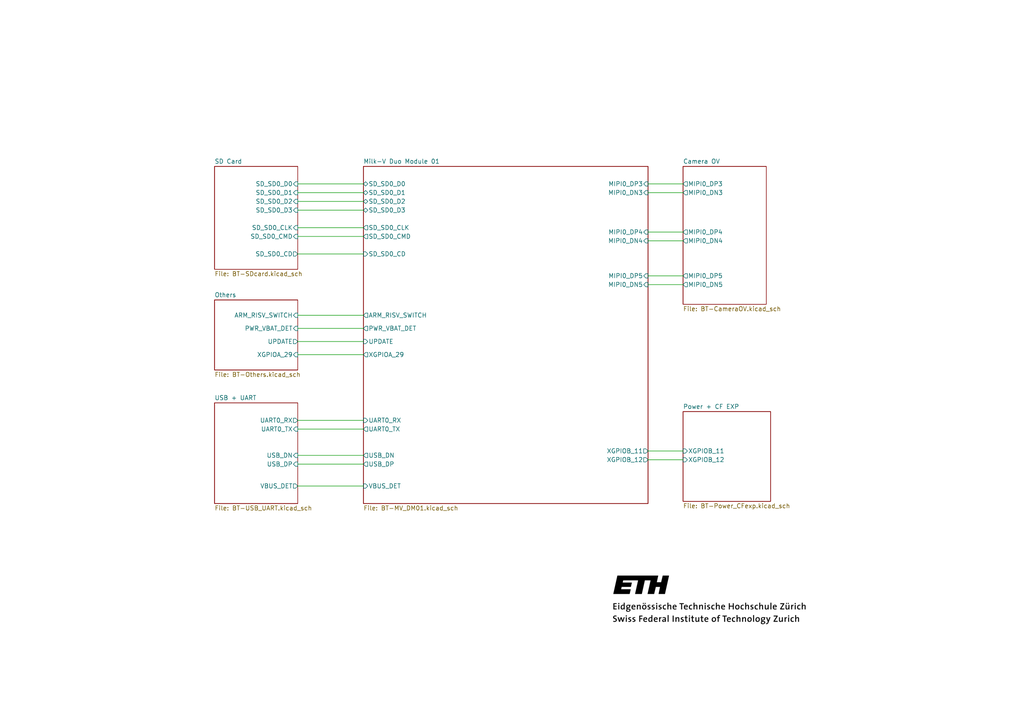
<source format=kicad_sch>
(kicad_sch
	(version 20250114)
	(generator "eeschema")
	(generator_version "9.0")
	(uuid "1a0d6a7c-3626-4ee9-9e20-350d70552111")
	(paper "A4")
	(title_block
		(title "BT-MV Duo 01 Deck")
		(date "4.11.2025")
		(rev "A")
	)
	(lib_symbols)
	(wire
		(pts
			(xy 187.96 133.35) (xy 198.12 133.35)
		)
		(stroke
			(width 0)
			(type default)
		)
		(uuid "0587f7a3-e97e-431d-afc7-e9c4ea0972e5")
	)
	(wire
		(pts
			(xy 86.36 132.08) (xy 105.41 132.08)
		)
		(stroke
			(width 0)
			(type default)
		)
		(uuid "0947a252-1845-4688-a663-b89c7ab9838a")
	)
	(wire
		(pts
			(xy 86.36 124.46) (xy 105.41 124.46)
		)
		(stroke
			(width 0)
			(type default)
		)
		(uuid "09f3d7ce-2162-4907-bf7b-d117ab410dc8")
	)
	(wire
		(pts
			(xy 187.96 69.85) (xy 198.12 69.85)
		)
		(stroke
			(width 0)
			(type default)
		)
		(uuid "0ae4b6d5-4fc5-4e60-9daa-5da43205341a")
	)
	(wire
		(pts
			(xy 86.36 66.04) (xy 105.41 66.04)
		)
		(stroke
			(width 0)
			(type default)
		)
		(uuid "0df70843-47bf-4ddf-9932-f57c3c51e163")
	)
	(wire
		(pts
			(xy 187.96 82.55) (xy 198.12 82.55)
		)
		(stroke
			(width 0)
			(type default)
		)
		(uuid "13a97de8-94a7-4489-9966-e0f66e23a7e5")
	)
	(wire
		(pts
			(xy 86.36 60.96) (xy 105.41 60.96)
		)
		(stroke
			(width 0)
			(type default)
		)
		(uuid "13f903df-7dd1-4028-ae1e-5da39b21f66e")
	)
	(wire
		(pts
			(xy 187.96 67.31) (xy 198.12 67.31)
		)
		(stroke
			(width 0)
			(type default)
		)
		(uuid "153f9831-d6d7-4238-b64e-3f596f0db5ef")
	)
	(wire
		(pts
			(xy 86.36 99.06) (xy 105.41 99.06)
		)
		(stroke
			(width 0)
			(type default)
		)
		(uuid "21f69cd1-c03f-474e-b7ff-444bcd51a6bb")
	)
	(wire
		(pts
			(xy 86.36 73.66) (xy 105.41 73.66)
		)
		(stroke
			(width 0)
			(type default)
		)
		(uuid "3289318b-8766-4b3f-be5a-dcc28cc1c0bd")
	)
	(wire
		(pts
			(xy 86.36 140.97) (xy 105.41 140.97)
		)
		(stroke
			(width 0)
			(type default)
		)
		(uuid "43bdba96-32d0-45f2-869f-3ee7732dc174")
	)
	(wire
		(pts
			(xy 187.96 80.01) (xy 198.12 80.01)
		)
		(stroke
			(width 0)
			(type default)
		)
		(uuid "4add8645-317e-421f-813a-a08e696d5e89")
	)
	(wire
		(pts
			(xy 86.36 95.25) (xy 105.41 95.25)
		)
		(stroke
			(width 0)
			(type default)
		)
		(uuid "528d794f-bbbf-4fa0-8b49-375205b348ca")
	)
	(wire
		(pts
			(xy 86.36 102.87) (xy 105.41 102.87)
		)
		(stroke
			(width 0)
			(type default)
		)
		(uuid "53d5c384-7bc7-4534-8a47-2fbde639b785")
	)
	(wire
		(pts
			(xy 86.36 55.88) (xy 105.41 55.88)
		)
		(stroke
			(width 0)
			(type default)
		)
		(uuid "59e2eefa-7f5b-4248-8d90-b245a8d41897")
	)
	(wire
		(pts
			(xy 86.36 91.44) (xy 105.41 91.44)
		)
		(stroke
			(width 0)
			(type default)
		)
		(uuid "5c605b6d-69d2-4d2a-9001-41f585d65565")
	)
	(wire
		(pts
			(xy 187.96 53.34) (xy 198.12 53.34)
		)
		(stroke
			(width 0)
			(type default)
		)
		(uuid "5d4cc87f-0b27-45ed-8477-ee2d1defd227")
	)
	(wire
		(pts
			(xy 86.36 68.58) (xy 105.41 68.58)
		)
		(stroke
			(width 0)
			(type default)
		)
		(uuid "90cd3cdf-38d8-4da6-b4e1-aa198628abdb")
	)
	(wire
		(pts
			(xy 187.96 130.81) (xy 198.12 130.81)
		)
		(stroke
			(width 0)
			(type default)
		)
		(uuid "91f4bc39-9d4e-45d0-a628-299dee22baad")
	)
	(wire
		(pts
			(xy 86.36 134.62) (xy 105.41 134.62)
		)
		(stroke
			(width 0)
			(type default)
		)
		(uuid "947994e8-c4b2-4256-aa26-337be5a73679")
	)
	(wire
		(pts
			(xy 86.36 58.42) (xy 105.41 58.42)
		)
		(stroke
			(width 0)
			(type default)
		)
		(uuid "a1d20215-e734-4f87-b7ab-fb5a885a876d")
	)
	(wire
		(pts
			(xy 86.36 53.34) (xy 105.41 53.34)
		)
		(stroke
			(width 0)
			(type default)
		)
		(uuid "e8d27df5-5b11-45eb-8023-b1f44e642e4c")
	)
	(wire
		(pts
			(xy 187.96 55.88) (xy 198.12 55.88)
		)
		(stroke
			(width 0)
			(type default)
		)
		(uuid "e91565b9-06b4-4bf6-8f16-f44dcfe5330d")
	)
	(wire
		(pts
			(xy 86.36 121.92) (xy 105.41 121.92)
		)
		(stroke
			(width 0)
			(type default)
		)
		(uuid "f0beb953-bd70-4d0b-a3e9-4cdd024d0d98")
	)
	(image
		(at 205.74 173.99)
		(scale 0.824507)
		(uuid "8ef00680-fe08-4186-ac05-b1105857bc3d")
		(data "iVBORw0KGgoAAAANSUhEUgAAAyAAAADKCAQAAAD3TuyaAAAAAmJLR0QA/4ePzL8AAD0qSURBVHja"
			"7Z15oE7FG8e/917LvfYlO9lCyF5k365rJ1t+RIooZIsIJVu5RKjIEhERQij7np2ihagUUkSJ7Nt9"
			"f3+88z7vnHPmvO85577vvUeez/mDe945M3PmzJnvzDPPzAGCUwMePkJ8zIAVjjmI+S0wDMO4hkHc"
			"4If86GKh3HM6irklV1iGYdzDZ9zgh/x4xEK5P+ko5jxcYRmGcQ9nuMEP8fEvoiyU+7sOYj7B1ZVh"
			"GPdQiBv8kB8bLJX8IQcxL+QKyzCMe3iKG/yQH6MtlHtm3HUQc2+usAzDuIf3uMEP+dHUQrk3dRTz"
			"Y1xhGYZxD19xgx/yI4eFch/nIN7rSMUVlmEYt5AGt7nBD/Hxs6WS3+0g5i+5wjIM4x5qcoMf8uNj"
			"S8J900HM47jCMgzjHl7hBj/kh5WJ7lhHMbfgCsswjHtYwQ1+yI+KFsp9hKOYc3OFZRjGPZzlBj/E"
			"xw2ktlDumx3E/CtXV4Zh3ENhbvBDfuyyUO6pcNVBzAu4wjIM4x46coMf8uNtC+Ve1VHMvbjCMgzj"
			"HqZygx/yo62FcnfmuvAoV1iGYdzDQW7wQ37kt1DuXziI9xovImQYxj2k5UWEIT/+tFDuUfjHQczb"
			"ucIyDOMeanODH/JjuYVyL+8o5rFcYRmGcQ+DHTeTJ3A8mY4TjvN80lY6pxymMthCuffhRYQMw9zr"
			"rArr55LCQ1WHebY7g9DIYTq1LMT9qaOYc3KFZRjGLUTgXFg/lxQeBjjMs90ZhFGOUrmDdBbK/U8H"
			"Mf/CFZZhGPdQxLExaEQy5vpTh3m2O4Ow0VEqhyzEXNxRzPO5wjIM4x6ediwgDZIx16cd5vkJW6lE"
			"4pKjVKZZiLubo5h7coVlGMY9vO+wKU5AlmTL84OORc/eDEJph6k8ayHueY5iLs8VlmEY93DIYSN5"
			"OBnz3NZhnu3OIDzvMJ3iFuI+6cgFICVXWIZh3ILzRYQfJGOuJ4XxE08ycxylchGRQWMu4CjmrVxh"
			"GYZxD84XET6XjLneE8ZPPMkcdZTKD2gT9BjvKOZ4rrAMw7iHoY4FpHiy5Tna0WdgPfCggq10siLB"
			"Zevbm3GFZRjGPaxy3Jj9gwshOs4jja08V3G8iNDeDEJj122QkoMrLMMwbiEC513QLH5tM9dOFxFu"
			"s5nOGy6Tj5+5wjIM4x6KuqJhnGIz10sdpmN3BmGzywRkHldYhmHcQydXNIwdbeba6SLC5rZSicJl"
			"lwlID66wDMO4h2muaBgfspXn/Em0iLCc62ZAynGFZRjGPXzjgmbxPCJs5fl/DtM5brNserhMPq4g"
			"BVdYhmHcQnrccUHDuNJmric7TMfuNoTzXCYgW7jCMgzjHuq6omEcbDPX+xymY3cbwp9dJiBvcoVl"
			"GMY9vOqKhrG2rTzHOF5EaG8bwuyumwFpyhWWYRj38IULmkUrn16SqZZEiwib8SJChmEYM9yxiPCg"
			"zVy/7DCdrTbTGeMy+fiJKyzDMO6hmCsaxqk2c+10EeEYm+lsdZmAfMQVlmEY9/DMfbWI0N42hClw"
			"xWUC0p0rLMMw7mH6fbWI0N4MQgXXzYCU5QrLMIx7+NYFzeJfSbSI0O42hC/yIkKGYRgzMrhiEeEq"
			"m7l2uojQ7jaEH7tMQDZzhWUYxj3Uc0XDOMRmrp0uIrS7DeEvLhOQN7jCMgzjHobdV4sI7W1D6L5F"
			"hE24wjIM4x6+cOxOmjmER6StPFd1mOerNmcQnnCYzgpUCHI8iqsO4k1ANq6wDMO4hQj87bCR7JyM"
			"uXa6iNDuNoRjHabTLWjMRRzF+yNXWIZh3ENxx8aUYsmY62VJtA3hlw7TKR405vaO4p3LFZZhGPfQ"
			"OYm+3RFafk+SbQhTOjIzeXDOQtlMdBTzC1xhGYZxDzMdW/mTjwJJtIjwMYepfGoh7p2OYi7DFZZh"
			"GPfwvcNGclAy5rldEm1D2NthOn2CxpwC13gRIcMw9zYZcNdhI1ktGXP9ThJtQ7gwbK7Czr6yvokr"
			"LMMw7iHOYRN5EzHJmOv9SbQN4QlHqVxEVNCYuzmKeTRXWIZh3MPrDpviXcmYZ+eLCO1tQ5jbYSqf"
			"W4jb2cxTY66wDMO4hzWOp9BjQ3rYmdx2+iVCuzMILR2m84qFuA85WkT4AFdYhmHcQgQuuGSDDjsb"
			"jAxMom0IxztMp0rQmNPgtoN4j3GFZRjGPZS4J7coX55E2xA6c7S9hlRhGkPN4QrLMIx76HJPblF+"
			"Jkm2IUzpyNHWmqfUS45ifp4rLMMw7uGDe3CLcqeLCO1uQ1jJYTrDLcTtzD24NFdYhmHcw+F7cIty"
			"p4sI7W5D2NdhOnUsxP2zg3j/teAczDAMk0RkcryIMLSHvbGB00WEdrchXOQolVtIEzTmLEhwEPNG"
			"rrAMw7iH+i4Zf9gbGzhdRGh3G8JTjlLZaSHmBo5iHsUVlmEY9zDcJQIyx0aenS8itLcNodNFhPEW"
			"4nb2BchGXGEZhnEP61wiIHa8i6on0SLCNg7TsbJWfBUvImQY5t7GPYsI7XgXOV1EaHcbwrcdpXIX"
			"mSzE/YeDmI9yhWUYxj2UdIl82PMucrqI0O42hLsdpfK1hZgfdBTzbK6wDMO4h+dcIiAbbOX6TBhN"
			"S35S44ajVCZZiLu1o5i7coVlGMY9zHKJgIy0keeCjh2F7c0gVHaYTisLcY91FPMjXGEZhnEPR1wi"
			"IA1t5Lm9wzTsbkPY36FMZbcQ92YHMV/iRYQMw7gH9ywizGIj1+8mgaMwAHzqKJUjFmKOxCUHMa/n"
			"CsswjHto4JLxxxFbuT6QBI7CAHDaUSrTLcTsbP/jEVxhGYZxDyNcIiCzbOQ5BreSwFHYqZ+UBx0s"
			"xP2Mo5gbcIVlGMY9bHCJgDxnI881ksRRGGjrMJ0HLcQ9JexmPoZhmLASiYsuEZCSNnI9yGEadrch"
			"nOQolV8txb0v7GY+hmGYsJIV011xTEWkjVx3thHzfCym42mbpdPP0b1Y26zxHYuxfSDlvy9XWIZh"
			"GIZhGIZhGIZhGIZhGIZhGIZhGIZhGIZhGIZhGIZhGIZhGIZhGIZhGIZhGIZhGIZhGIZhGIZhGIZh"
			"GIZhGIZhGIZhGIZhGIZhGIZhGIZhGIZhGIZhGIZhGIZhGIZhGIZhGIZhGIZhGIZhGIZhGIZhGIZh"
			"GIZhGIZhGIZhGIZhGIZhGIZhGIZhGIZhGIZhGIZhGIZhGIZhGIZhGIZhGIZhGIZhGMZANbRBG7RB"
			"fi6KMJNXlHSd/9yd1bpn61AdkfM8900tzCjuuHmylHO+sLxXHdERHdHoPm5bUonybYMUoSnSdqhm"
			"Mezn8MADDzq4tGjKYxrGIaf4KwVexIdoH7bUIlAL7Si10NJKlPTu/1z13SLurGNYYs+B/6EOIsIS"
			"926R85b3TVNTStzxhSRNdZdItW0Y4m4u4v4qWTsiszACGcVfMRiM2WjiIJ5MaI1GSGn7uiyiDDxI"
			"ax6oNGqbHNU14WJxFR54MOs/ICD5xb0cEcr6lshtlzDJxzJ44MFFPHaPCkhO0zoiH1H3kIA8hn/g"
			"gQfLwyIhSScgqaj0zZqHkuL38I7jWECCkw+xQY4HNOEfxR144MEW8fdCkaMGNtMtjD9ECxEdDgFZ"
			"S4H0xxVNuP10vtQ9LyCd6F5KAAB+EH99FqZ+hC+1L+5RAelkWkfkI+M9JCCrKde17mkByUP3kc0k"
			"xKfi96EsIMksIC8GfYO05rJX6Xx6AMBl8dcUm+nOpHg6JaeAHKfzNe95AakocncJ6QAAS8Xfb4Ql"
			"tdZUcuFo5FlAnLCHct2CBYQFxJUC4nuzT4pR8l7xdw+b6S6l+Psmp4C8Ls7+YGkg5PY5kP44jSM0"
			"GMyLtTiPBULpQ00mnBal8TwLiEsEpIeI+7eQ55oFhAUkNAISgbE4i69QUfxdHDtwDlNtT2g3p+7y"
			"g+EUkBmoqTu0E+aR6IZlmIgclpJ2u4AkLfnxHpaGaZI+KQQkDxpKx1CR4j+asw1D46mRRAICPIWl"
			"eM/2K8UCwgLilPIYpDgG4qxI6bxuDiR0NMYizEJJ29fZEpDBIc0yC0hSkfReWHEixT/DnE54BSSc"
			"sICwgFjleXqC7msrWUBYQFhAWEBYQFwrIAXxr0hnjQvrcUgFpAi6oRu6mfohZ0RrvI35WI3FmImT"
			"AQWkHAZjCbZiJ77ABHQXMXdDN9RX3MSzmIP12IHlGIFyitgyiWubAgBSoS1mYSt2YBl6B7RwF8cr"
			"WIBt2I7leB2VTcNFoQHisQpfYifWYqayBIrgJSzARhzABizCaN2vrUUOjQueIlADI/AZtmE31uND"
			"PGWa15cwBcuwAnMwEk2keSifgOwEAGRAN8zABmzHAnQK4PmdAy9gHjZhO5ZiiPBFC52APIJhWIId"
			"2Ij56GratAFANBpgDObgcyzCVPTEIwoBaS9eteFYiJ1Yiwkor4jpUVHGD4uG9WUswy5sxgw0VoTO"
			"J0K3VvyWGZ0xA+uwF1uwAhNNlqmlQROMxVx8jkWYgu4orhAQ77K6ChiNRdiJNRiH0qYlEYmqGIfP"
			"sAtrMAtPBnplQyggKRGLt7ECu7ERc9EDeQOmlh/d8S4WYRU+wli0kt4un4D8BQBIjXaYjW3YgaV4"
			"0XRmMTOexXSswx5sxUpMNHE0jkEjxFM599DUVZ+AeJ9iYbyB1diHNXgLZRUxVRLPvKLufG1xvqwN"
			"AcmMTtQqjUIFhw10BDaLVC6jgO65evPU0qQVbqo5m0KcbQcAeAgTsEMSpCzi106mbcGzmIwF+Bzz"
			"MQHtkV0hIN72pg4mYSV2YgVe9tc3qwLytAi3SfFbNkzGTeW0kFFASmNrgGmkFbqCGUjOax5ytdUv"
			"yCsmftkAoILkLeZt5NRrLx7GF4a0dylf7+Y4oQs3WRciLz5DgibEVV2I70w8uKvje13cyxU5qIF9"
			"hrzmNQjIRgCN8Zcm1GFl4xeN0bihCZeAeTYmkwMLyINYrsvrZQxQrraIwWBc0oVdphCQFkiN6cIn"
			"3pffeENsI8VvTwMYiOuaWNcYmuOG4pdvDWUTr7vWg8cNaaXF64Z6+bFCQOIQg/maUHfxurLUykt+"
			"Yd7jd7QJu4A8iV91qd7ENOGZaOwUrDHUwtoGATkFoDx+0YQ6oxD8aLyJa7rYqilE+jVDOX+iEJBG"
			"iMZs3NWU80hDbOPEb2/qzn8kzr9iUUCi0J/GDb5jFXI7EJBnTf2j6pqk3kGc36J7kzxiXRvwtKi/"
			"x6QW13x0WACfaMpNO+LPQqUZgcI4oAl1EbGhEpBS+M1UEPQC0sxQbcwFJCVVfu3xI3IpBWQZahmq"
			"mwd/IIMhx41xRRnzVcMIqI8ilLbxegi/G0L8bUlAWuO24coFhrz20YmTBx7ckhbt+QRkMTpqGlmf"
			"YSvS0PhtUt7715YlJJCAFBeLlvTHu4qR5R5FuIkKAYml/6mruVZAWuJdRehplgQkmnqE8lFGd21O"
			"HFKEGqMQkOr0P/loZSiL+sq3IgEvhFFAojDF5B38DlkNsTyh63J4j8IGAfkGNRXv1m86UUqNDYrY"
			"HjX0jA8qQo1TCEhNfKkI2TYsApKCFvRpj+O2N67JinPi2n2GRbjOBGQP6pEcfGVBQGoaOnAeeFDD"
			"ICB/oyTl1X9c8rbDiRWQ4qTGCdiPGZiAD7BVrPTWC0gpOr8PL6A24jCQ+kA3cAAH8LYUepL45V+8"
			"iTjE4jX8TXqvEpC5Qsh+xxKsxgW60Z6Gfr+/4T6Epdgoyc4FzVCyFIX8EcPRCd3wKj7Vxfclic8M"
			"vIhO6IcpWG1BQHLSw/sNb6ILnsNgfGzoN/WSHthJbMQ2HMMd/KKYA5kvnsMxLMRmqRddSxfjAjI2"
			"DENd1MebdPcfJFpAMtBo7Rt0RW20wAKSv1a6JsTfCN/GfqzDfpyDB/0UAjJFiOZGLMIRqZlTC8gY"
			"8e9+LMAeep1u6RpYtYCMoJr8BfqhE3ohHltRSCfARyUh34t1OIDzOu/83SRb3l79eizCMbpqny7n"
			"Remt2Ih2qI32JGM3gy7adS4gk+nK69iMZdgv9UTX6kaMjaSuyVlsxSYcwQ3cRWqDgKwV7/NpLMFa"
			"sdrfAw+6aeJ7jcp5NV5CJ/TCGGxBUd3o47BUzvuonHspBOQ9UVobsEh6Ol+FRUDG0bh6LOqjLobi"
			"PN27PeZR/Tca5p0JyBJ8Q3e/NaiAVJBaiQvYjg34HlfhkVrALPQu7RN+YsuwUpKSEbKALEUX3VHG"
			"goCkxrfi/K+oJJ3/Qikga+jF8veL01NPtIPOYnlXyIff/awwSchjCgG5Ag/uYrCw/D9A0rRMN1fj"
			"Gy8dpT5PGhIrD2ZLYaeQsqc2qQTlRIg7mruHBQEZKM79hEym1xWjnumPkrkgq0YUWlE19OAK2otX"
			"vzhdOUo39vI1A34H1rKiAbuLgokUEF/ff51UXr4x3PeakPFU3jOp6YtAWalP6xeQW/BgB1nI36Ir"
			"sysF5Ao8OIWq4mwLCt0yqICkoFdjUIC7f08aVWWhnJfXdDx2S89ki+iZRlDpJOjGxFsNptEIWj38"
			"iWUBeQdjlcdRpYA0JmH/iO6imLTbRAONvd83qjyH1tRXTqcZrZeS7vguXhYu3dlxSpxfpJnt8cU3"
			"JMCd+d/IqTQiikA5TR3dJaW6VZh1I0gaE5A55AJSXkjpVal1LED1pooN+ahFT2Ck4ldnAnJYvH2N"
			"URRFgghIKhLoy3iOZkujUV9yx88ivYEejBMzIelIpr6UBcR4vGpBQDrTKEHbT1MJSC4hCX/oliJW"
			"pAZd5hPlusvB4uwkhYDoq+QrZJyRGURNqNYQ9iH1+rIYGoKXTKvBc5L10Z6A+O5vQoDrZpEV2dzC"
			"2kq6++aK/s08TejNmmlH/cs6JFECklkI0SVNbiNoo5iyhpAeTA2Qjt9wdUSaiM0mqrNHJ9kjpTkX"
			"eUL7sPIZqgSkIMWQyzRPuSj1twLk3G+4Oog0dDY39fFLa/qBvgW6qTWOIVdFbUxjUUCCHVoB+ZoE"
			"KkIpFasVb8wN5dS0VkA88GCgYqyxVzNn6AtpvotudjKZTQxw97sopm+kWa5cVM7lQi4gHynnLAZY"
			"qM3Qdbx9wn5MuTDbmYB4LRERhllnlYC0J5mtZ5rLLFK87yha/dOJF5BvTFRUJSAt6Bb1vgj/GJzF"
			"0opJ+Zs6H46KigpZTJo0TqFoJI5pYvD1ibobpsLvGprhgzRENuNFMgiltSkgnwWYNvf18XzN7HMB"
			"4vYLyFLN+ZcV8ecVvZ4LOptrM6Vp0K6AdFb0NgFgqqHE/aWWzpKA1NWc93n41TEREG299VmshwUV"
			"kOIUQ1XTPL1Ckh5jSUC0E/B/irOyx99EZa79ptHqYRCQqiQJeoeUfjSO83vw/WxBMktJTXmUomYd"
			"1swaBt8UaQDVsTSWBERbSmeV0/KJF5DUwuhzRze2KUfdBau8SdPT6ufrVEAuSt3fwALie7sWBshl"
			"FsmlQ27fHqWlxIkUkNwUtpgFAelmMqEJMiqllQZ4vkFzvOaYQVPjKgHprTOC+cw/xkbirsJwtM+w"
			"I9ZSUuk3TJwRG0qW7RK2BORtaYI3a8BKdDNgM+sXkFjN+S4KAWkrzp3QlerHNCOUGAGZTZVbG/su"
			"wzTzUtr9ABYE5Kju/EGlrIwkc4bWtOUzQ74eVEDS0ejiHJqY7NK7zsQTTy0g+tf/B4WpYx85QWhL"
			"7Sdx/qkwCMgI0809C1N432gjn6VNVP0CorUYVFMISAzZ3s+jmUk5fx606yYLiN6X7ohSVhIvIFVo"
			"Uln7rN7XODEH5xGqaWZjFqcCMkcRl0pAUtMIr6ElAdGWWUGSK0lAXkO07ogKKiBtSYkiLAhIG+XN"
			"A5nEVPV5Rc/e7LisFJASytGKLCCdyGBgZDZZ5VXmoYt4X2HjjJG8jhKwEZ2UIxGVgDwmeVddw1zU"
			"M/hLqU1wZgJyQzdP01khIKOClOrxRAnI3iCxv2cYQ3SxJCB6D66vAgrIAZN5meACAiyRcnsEgxR+"
			"NX9r1qYEExC9s/FhhYBcC1Jqz1sUkLyG99d7LFMIyBplmXitAVfIBVlrN7hsqJ9qAdFOhVdVCAg0"
			"fkw/YLBi9clZS4tId5mYgb8Pk4B0C/Ksblp6fyKxg7rBmUIsIM9aFJBH6YoslgREO9ovoBIQJ15Y"
			"A5QTpGYCUpJ6/1qHvdEKF9ZhQR7VWaWApAwqID7DzjbFHfqmZz+VXqcZunS/ohfLR6zOJ/wCRhqm"
			"3NVuvK/pHHSP6hwPfTMTKy0JyFETg9JyRW/c7DiYKAH5OUjs/ub0hqUvG2xRjiuDCcjCRAhILslX"
			"yjt5uEAzn5PK4o7Uu00E0iggMUFHDu0tCogdL6yvAuzrekrnBNtdaQg2E5C7OplRC0gOGov5Ro0L"
			"NWIdRebkOpYE5IVECcg8ywLySpBnZW0E0p3CP2EaxqmAVLYoIE1MVqyZCUje8AjIGPJS0rNV6Vl1"
			"iJr/NuSnES8qy13NcqM3yKjSTXm0UwiIvjBUAjLK4OTmZzz5pcg8pWsYEwz9tsJYqVuMc1C3LZrZ"
			"QsL6hhUFM6Wx3OygsySygOy1ICAfkPeEulSbJ0pAfIbI901iL2+o7rGWBKSTLQGZlggBAdJikm4t"
			"0V/SjEg2C7MksoC0DiogmSWDsbrUCoRBQH40mQeUn2JT3RT6YUsCclF3vqrJ1WkwwVDO1SSbhHFN"
			"QiABaZcoAVlhWUCGkwu5+llZ2S41J834Lg4QykxAegQRkEIWBaQ9reWwJiDpwyMg400r1wmlgFSR"
			"VmBcwQ80qWiccRloY4eYYgqzlpmADDBpOABgrvhtvGHIWQ8zNUtu6hquLYghmlXln1gSEG+ZTNKU"
			"w7OGyec9lgRktwUBmUArZhKDmYB8b/I66/H3LztaEpCOtgRkaqIEBAAyogvWS12C32jCPD2da21J"
			"QFoGFZAoGoU+4uhZOBOQA6Zed5FkUvP5uPWVJ0yDCsgFiwICABnQGeukcj5N5RxtuhhQLSBtEyUg"
			"X1sWkL4BduOwyhJqfPM4EJD4IAKS06KA+I3z6SwJSNrwCMgwmgzTks90JXoTsiJrV4DrB9NdLLnH"
			"2heQzrR4yrhP1LcBpy3TYQy97PNMm9azZPzIYFFAvFNa/UhatxtGYadDJiBDAoy/Ei8g2yysovDy"
			"jyW34eQSEC8PST4+Tcmk6Zv87BciAQEteG2chAKyTrH9itbMfJOajKctNTVOBMQ3ft9BKTQzzAwN"
			"CIOAjFHOwFoRkI7i3M+O3x2/003g+T8zAdkRREAesCggtemKh5NTQJ4hy6d2KuYVUwF5TswYXBQD"
			"2AvYglcUld+/QC9XSAWkvHKpFAAUF/KQECDFBSbmIj91DF4sVgRENgeeNUhA4N6pHQFpQCWVLgwC"
			"MlGxhkDNAUtClrwCAqSjUWd/OnfU0sjYjoBsFOfGJqGAjKWOn74bNdwwR1g1wBYsoRAQIA11KAYY"
			"3pj1YRAQrWeXf6+H4AJSkszY+Rw9rbRkmdls4n2mF5CfNGcfpi5sYgXkQRPP1SQWkLJKPX1AMslo"
			"BaS2KIDvkR5ATIBPEKWgSjU2pAIShYvU09dO9y23MGU9PmjDV1zpjWJFQHrTin4fRaQtBiNCIiCZ"
			"qAfdPwwC0opEv3SQGN4OYAx0j4D45wP84+MZ1IRUDZGADCfX4axJJiBNTJqPXDQe6iCNjq+RN2Cq"
			"sAiI3+Dt3yRoCpVzjZAJyCiF83I2qa0KLiCRtG3JREdvzttkcXkoSMhqZOj3O+REYDXlNbEC4i/z"
			"U4q9ApNMQCLIIfM0eauk12x910HZg7ey69IEao46Gey0NRwLiL+f7MEHks31PRpLVTTNUQ4q9PGm"
			"Yd6lKcGUtgQkHfXKlyiaSg+mSY8wjcbcYUdAQHvDXpfMBT7JrpZIAUlFLs3HNFuSeKVLHpE9Lm07"
			"KfuhF9GESm4BaU659NeJWDp3TuMC8LBGNO0IyINkQtmsW54G5A3a0DgTkJTka3UDT9LZQrQs+Kim"
			"a7dA2nM2uxRHI0lQEiMgfjnz7y1Qk86d16yULqYpZ3sC0pPMy/lJMPfCQ716KyvRx1A78VyQVslI"
			"eXrS8SgkjiKoIB3ZJcOefk40pZgTTQiRgIyla3ZIjhqRqC1Zk2wJyL/4Q3f8FFRA/FZ1D85gGNrj"
			"VSEp65UCso5EYS56Cc+FrmiDmgoVzCPNlmxHb9RHFTRAD8zGadzRNM/2BCQfjUE8OINZGIXp9M1y"
			"j+5LHs0wF73RAjXQFK9TqBvS6CICqzEc7VEPtdFF2udWG49KQKpgIfqjFWqgEV4mv5gEjYPoE5q9"
			"L1dgCuZhG67gujQisScgJaR1B2vRHfVQFQ3RG/NwzvIHosz3wnpB2qBvJtqjJmqiBYZgDa7pfNvW"
			"azadn4spWIHvdNKc9AIyHm/jGTRGdbTFHPpAgdaJYaeU828xF1OxAkd0T9yOgMjO1X9hAlqiGuqg"
			"LUZhB+7g5bAIiHZFwwFMxCgso+V9N3XftyhF41YPrmMdpmIONuIveKQveNgTkLcwEc+gMWqgLWZT"
			"Oe9Vzqh5vZ68NeSwbgrcnoCUl9wihuIFTBbjrQU2BCSntJXgTvRBfVRBfXTHB/gNCcpNSYytn/nR"
			"V2rIz1KJT0Y3DBPG08/E7hSJF5BckhfcbWzGdMzCWpzReBjaEhDjccWCgERL+6N6JE17USkgg0zT"
			"uo1lht5WY5NvjHg0O0baFRCghWLbc+8xS2dU66ncZLub5v5V8Xypq0oqAWmuvHK0SfOnP7I6FBDg"
			"acP+//47i0mkgPh96o3HVl31/V0Zan6yCsiXyhVH2qVx+RUbW3vrjlMBiVZubG/cgSiUAgLafUB/"
			"XFd8R7GXSdjHHQrIdmU5F9N19M4q05zjWEDUS13X4ylbu/HGKTe29x5FLM38WREQeWse+dMUpUNm"
			"wgJamrQErZNSQIB8BglZj/QYqhSQVJq1vsb95csbqt8vypB3lbvxWhUQoB7OGOL8B70NMw0DDKHO"
			"6Bw4MyvyNs2wGl0lIG0NV15U+OVHYrBSRh9xLCBAI5Nvdtw2+SacHQGJxOuGDzKpt1/Pp2yuNyWr"
			"gBhf8W0KI1IhZYO/2rGAAGl0n0NSC2poBSQKY6SRhX8Fk3pX6Q7KL0e0cCgg+xXlbGx8Cyi/prIu"
			"EQJS3CBKixBN42arH5R63GTJ7N0AXzW1LyAxmjGY1yO1AAqFUECAhkqR7mVPQIZgicmhNTrUwGIs"
			"xmLdpnTeabZ+2IOr8OAqNqI5IgG0FaGr6yrta+JFuaQswG8MTXgKtMN8nBCN0hV8i4/RXedBnVuk"
			"9ZHu2ofEedW+RTF4AatwFnfhwTlsR3/lC9gWXwtD2h2cwmfobJCGTNiK0+JF/Ac78Kauv+qbz/Hm"
			"pKzGoWAfziEBHiTgD3yBXgYLuH/YPATrcAqX8Q9+xXq8jselbWYqibjf0F1VW5xXGUFSozOW4DfR"
			"l7qEg5iLLsrKB2WF9NaPmab5HYqNOC+e9FnswCQ0U26IXwfTcAh/4gr+wiF8jGc1676HizvQ25bH"
			"ivOP6J6V9+xzBiH1ntcKf1lxVjubNR0/CRPBNXyHGahp4rwQgTjMwDf4E1dwHgcxD500HvhviNgr"
			"GiZRveeLKV1BxmKXcB25i5PYhNGoGXD7EO8r7ntbzaZCXxK/q77PXhBjsBf/woNbOIWF0mbtRjKg"
			"F1bgOC7hEk5jK8ahrvRMHxR39qHhrrzn39acnaYp55moZVrO9TBD1JDzOIj5eEbjIzlaxF7F5H0r"
			"rqibk3Acd+HBX1gu5hIbidDadeGPinKLV+QrCm0xD7+KVukqvsOCoJ8DBuJFOuZHI113ux8O4AY8"
			"uIYv0RPRAPKIkMN1IX0xqHbsy2/ybLztYBcswY/4B5fxB3ZgMhpJbVw6ilf79mYTZ+cgpKQOGmI6"
			"rRTwV5iMqCl5gpt/XThNEMe38OUaQbbU9sYS5TD9NEhO0tzDsYeLyCC27HCnHpPkaaYK07vl1nKO"
			"sPTWWyEmCUouGoxQeq9ITFf0bs5IX7RmGIZhGA1rFF8T9OH7OkZnLiaGYRhGz+8BFs/vVn4ChmEY"
			"hmEAWkcxwvBLE7E85qTjmQSGYRjmP8wqWkb4huSzkhOvk6Pq/7iQGIZhGCN1pQ8o3cJhrMMGHJUW"
			"9b3JRcQwDMOo6a/7Bp9H2hOpCxcPwzAMY04VrJU+KuXbsnio5UVsDMMwzH1MFsSiOwZhKHrgiaDr"
			"NxmGYRiGYRiGYRiGYRiGYRiGYRiGYRiGYRiGYRiGYRiGYRiGYRiGYRiGYRiGYRiGYRiGYRiGYRiG"
			"YRiGYRiGSRZSIQcKICMXBMMw23Acx3EcJZI1F7VFLlbwA3ExGTAQ++lTBn+hokvy9aOoPfmSOR+l"
			"RD72clUJA91E6U4MbzIRyIxCyIboMMTdEfvxNbr+px7Lr6I5KJesuWgicvG1C0sohfJsWazFD5iM"
			"tLauCm0ekpaS+EX3FZwyLnlCPkkrlMz5eEzk409u7U3Jg4U4ioXIY/vKgaJ0Pw5X1kpgPPbjFlXv"
			"v7AnpP3qevQtwsZJUtQ1sMX0KHrfCkicKIGZSSAcFTAcBzBJ8VtG/ClyPEX3SxrEIh4H0C8keXgA"
			"bTAdp1A12V/8TFRT/EcOQ6j+Aeqs75jNAuIC3seGgMfCMKW7T5TRTncJyANYoPzMbNkQpjGRYn0v"
			"SR5xa5NP53rgQYX7VkA6iZDfhD1Pr4uUJit+i6Un8Yvul1ni/EshycMREVvyC8gwuuM5aIdqaIih"
			"iDKEmhmgzvqOwywgLuDrIE/pt7Ckml1KIZN7BCQHfjAphvwhTKUnxdqHBeQ+F5BCuCt+XX+fCMhP"
			"IidjAoZiAWEBCTyqvyDiP4sItwhIJHZJ3yaPx9N4Ej0xHCvxFzKHMJ1U+BweeLAWqZNUQG5gj+Eo"
			"xgKSrAICDMBtePArSt4XApJN5CMBDwQMN1hTS0+Lqy5ozi5gAXGdgNzABVzABfxDZ74LU7rNcQke"
			"XEQj95iw2tBNv6WbbIywrXLBeAhFQx5nMAE5HtZUWECcCQjwAMoileHsf1NAyot8nLN11Qhx1fIw"
			"544FJFQMoLa0adjSSI9ySO/gurAJyKci4gNJ1rSzgLCAmPHfFJCaIh/fsoD8hwWkOK6JO5jnwtyF"
			"TUCOiYhHJ/MNZkIlxCEWjyGnSYgUKInaqI/qKKrouyZOQCJRBNVRD6URYyH0AyiOCiiGPDgZRECy"
			"oALiUAV5LeUiNSqjjc5wGIEHUQVxqIdKpgaQ0AvIA6iJOFRCmiDPrCLiEIuKimd27whIJIqhBmJR"
			"2pHzegQKoyriAjwdoI4jN2srApJV1C8rbp0ZUBQVUNRgmNYLSGaURxwqWiyNdKiCOFRFlqAh86Ey"
			"4lAFuR0LSCqUQC3EoVyQegkAaVEW9RCLMhbChoIUOCDyfz6IodKuLLXEIzbCp0RulEEZPKizJ+kF"
			"JAUKohZqoWBiM3hORDw+QJi8wsZ3AW11vywR5xfpzhcR5/+mpiUNxaH3H4hGP3xDTr4eeDDYkINa"
			"WI6rUogTIRSQrJiA3ynmq1iK0qZhS2IqTigmzVQC0hJbcIdCHEFvpDSEWSHKpCgi0Es8C9+8QAEM"
			"xHpc1qRzFAMUc0iJF5CfcQEXxKtbF1/S07iOmcqZsGj00T2z18UvhcQdXdPZhy9oljCtEuda0/P1"
			"/n1DXHWNruovXXVInNM/nzPivO9l6C/+9pX+vxRbDd2V2TEZZ+germAxitt4d3JjEn6jqxPwLXro"
			"mt1juIAL+FeEuEP5WBMCAWmNbeSM4MH36Gm63qUQ3saP0rP6Be0UApIHQAPslt6E9xTGkpXiDgoD"
			"eATLyfH/DlaajmEyYZQm/R8xWLEWP7CAVMBCXKIYbmIzmprYTCLRGlukBQn+Ur+ACxgFAMiB8+Jv"
			"Y1szUvyyz1EP34MOul8+EPE9qzv/ue4d8NJVnO0DoDIOwQMPhtKv8eLXEcr77oBVUit5FdsRacjf"
			"bAAZMYGm4z34Dg0SIyBHRTQnA1rWvlEOztLjOjUT2grRT5zfLfUIfBnWNkhFaQzkP7T9zyi8bwhx"
			"NGQCUg9/GWK/g+7K8cE0SRACC0garFCE2mfom2wSv+TD2wbft1Umae1HhpALiLcMLgIYoJEFb6z6"
			"vuhDCr+9V6jrYOaZMl2KYas4156egtlVr1owGPpqYWHx96umsdXVXNdUmvb0HbcNL7oZ3XFFkcK3"
			"eEgKc9YkHzsSKSBphUuK9tilEPtIjCJZ9h/dFAKSGUMNz/5LgyhtphrbTNOl88CDP5Qj7RaKN8yD"
			"kwZfSHMBSYlpklT6j08VbVZOyqH68HWU15HjUIRuROmrZUNttKL5qS4YuwYLxS8v6M5v070DXnqJ"
			"sz1Rj55bb/p1sjgzTtG1PWi417MKgXsXBXHY0N494VxA5kqVxXwzg5E0PIuUzv5PyoS2GDaKswOD"
			"CEhGnKLz13ECZ3ALHl3zPV7q453BSVyGB4dCJCB1qPG5hl3YTf1mD1roQqbH9gDVspxuOLtZ8mzb"
			"Ii0i26Xz/t8k7quFFJdPZN6XGjXtq/pBmATkZ3RV3l1/XUmckPxPTuAMbkrO2feOgDTETRp57MQe"
			"iiXBUo9suGkaJ6VuQngEJCU1Ph78iC3S89imeT+BSHykTL+BQUD+RTdlyOdMBKSesjM1x5DXLqad"
			"rosoYklAUmGtaVmv0d1vJnwvPYdtOCqNRLQC0p7OPKaJoYY4excP2mhFV1Gvv1CIBOQ5sg150Dmo"
			"gFRQivQ+hYAMU3TYPfhdYR2xSA2NO9o7KGAygPSFkXfwWSRdu1RjF/VpZ9EgAjKCKlMLURVSoKzm"
			"IeSnHtIUejFzo1pIBCQjGSCmiF59BvLFP6Prdy+gijUbNZEDmVEYcfTYtE2arwH7FZXFmTicF+ee"
			"VwjIH/hSmBY+xQoyUQ3FJcxEM2EzzopGZAa4oTMDhkpAjuICPLiG0XgMZfACLorQXynv7l+0Fs8s"
			"CmWo350GsYhFLHVMVou/YzXGIb2AZBFh1lBD5LuqoAMBKSiuPUndGF9sWaRZnrPUpKQVjc9HZCAN"
			"tvlJC+qrH0FXlENFdJP6dZ9Ib1csYsk75yfKx6OJEpDhVLcrkRj6TBLa8VMfytNpDEVdVMYTGIwt"
			"eNggIGfwDzy4jGGogLJ4kbosm5UCcgXfwoMEzEQNFMf/aJuWq7qGqCKJ9G/oi4ooh47SsoHdlgTE"
			"PzZfi1Yog6oYQm+TBy9qwk4nWa1K3Z0x1MY8gza0gUw0jT61eyW8b7JCKRDtAq5xcyYgi0SeV2Mx"
			"agURkPTSNjnL8T9URiw6YTreVQjIETFYeAIPI47eNw/qOR+DTNVo0V18rogsgpra1yWTziXpuqvS"
			"vkYtFc2UWkAOBZ007SFC/GDTS6w1NXOzdEcvw4u4QnOn2xW2zCeodJ7UpHJC0aRlEeOYm5rdjpoq"
			"PcQ3ibLzIAH9daOTooaJySIkpnXDIiAeeHAJ5elsb3HuliZn+8XZQQFT8k2iqzdN2ap8efyT6MOU"
			"V1kVEP0kuurlGCt+W6gxlu43GX/qDZR/Us1JLb0Pa6iWFA3jJHo20T27oZlcbaUQ++w0ot4awEB9"
			"W9q+qIShm3DBZATiwR3Jel+LzpbUvEvfirN7pbc+Eh9Q6DpBBaQ8SbU8Fs1DTeYJSbJyidHOZd3o"
			"wdcpHK45O4PSSyGN7XzS1M7yc8pIM6h7FbsLOBWQq/BgpaEFUAtIPFkqnrQwR+PBDBq3xVDHY4Bz"
			"AYnCWwYL437EmcjMHjrTSFQjX4+itTRt5D0zIqiA+B5XG9PcvSFCrLN5V+Yr0VfSfZ9WOjB2FGc/"
			"ks757nGqLhWVgLykMNkAEVTNcivmQIy7Qqk5opyoC6WAdJTO5lM+sz8svWLuFpBUoubdRS7N+efF"
			"Fe8HvLeeNPDPoLO/+yzhQ8IoIAOVWwJFClFLQDY694oI+bd0LpCAyJbwR8igF2UiIOM0tdvXEMlu"
			"Co3JPKxt0GPIcD0tqIAsopGsloaUD7814lmTOldG6UZdlWKob3iTLtrw3ZpJzbd66ydnAuLBzwo/"
			"OJWARNPbO8bSJP83mvH1J+JsPBLF41htmECbrKk69al3lV0jE7vRV9eX8zeVpYMKyPEA03/al+Cm"
			"prcSCgEpYzIhX0mcPyT1/H0vUxELArJO8TrKjWZDhYDoGzIz1igmQUMpIEc147yUVCeyK9wu9gR0"
			"3XS3gFRWGuf8PenAm9X5cv+a4ZcFyqnU0ArIJpNNSXcYRqcHaIkwLAiItiyy0vuSWikg13Rm1COK"
			"sfEccW6WabfwcBABiaYxVE2DTeSkQaxHK+fsgBiThZw/GLqKHyuELTDV6R0ZaRLCqYB0U8SlEpCG"
			"ZCfIZklAWigNhOORaEpjGjkcGiNNSTbD9qLHc0aMMkqI85fFGopHlRvlqQVkrjTl9RKyKnJVTZpK"
			"nmVjF6vWJDwHdcdEXW/T7DhNcXU1nU9RCcjFIPF2UDQGe4LeT1Y8jArYqZxJCZ2AjNKdv6UQEL8B"
			"4hT6m/q8u1tA+gV5RoG8/GJohq+S4bcXqfcYLgGJ0Dl2G48nydB2W2EoMheQQTozXWAB+UwXy1cK"
			"ATmpyxF01gsPbgYRkFrUtqQwbZhnG0w5w3Uhc5g81SEUe1rRRvlGkI9bfEapaObrmOm6GacCktOi"
			"gIyw1OkZSKaxVEopD4GAeKe/B0kTVHdRSjGYnC+U1/tXdYAGpM0A+HcefcuCgBTX+BfdxHKddV/u"
			"0fsmgfoY3FgDCYj5JPrIIC/iKQo5RZxZZUFA0gXdDq+9QkDMTSYP4iWsl55JeAWkmQUBKaZxX72F"
			"FYhVzE+5W0DGJ0JA/H5mxg5PE+XMQSgFJFPQ+uUzJZcK2BQZBaSOLQEZGlRA/ONXY7evBMWePqCA"
			"dKZVLkbiDVL2onJy3m/a0u8jlo9M99562JbaGKsMo5ayumkYZwLyhzIulYB8EvBN0wvITpOxYIgE"
			"BACySJb5sdL5p+gBRwB4S0y5poTfc2EGAFAvubIFAQGqGD60s1I3FMto2Gz+jGS1dC4gk6n/cVx5"
			"rDU8oo8McZw2NGl5pTGVOt7aCgEZqMxhNnxocEMMr4BUsiAgQGUyPfqOL3QhklJAIqgJtC4gM8ll"
			"QP2MPgtQhpXpro37IdQhA0+4BKSAtJhWnffqZFzxhYy2JCDFbQlIl6ACkotiMH5/p4DBaV0tIINM"
			"JAEAXiPfLKO0v6TppJ413aFqg/hlCQBgecC3UdWVuG4yN2pFQHYFFJAdlgVknSVD5UCFt2yYBATI"
			"ROaqNZqG/Jb0LTWvv/ViAEBdaRPj9CLUaV2v1ExAgLR4nqy1vuYttcHSuFAzVrmjGKnYFZBxJv0S"
			"I2tNvNwjyUJbTmr0fXm04kfuExDVwsWyJE8e/IovMANv0bbg4RKQMpYEBEiDbuSx5OsjRieTgPj7"
			"5NYF5D2TFTVWqEjpGVdTN6fOQ7gExN8sB5s18391JbslASlkS0A6BBWQ7AG+vViK3uOogAIywDAf"
			"aXx/50vn/Mt3t6M/2qAP5tA7qnLM7UCdyNRIL0LeNt1sRT8Ls5FGC5kcCMiPAQVkjWUB2ap02jET"
			"kI+TQkD8WqzVwY3k8uXrZz8FAEhBi16Kk3VzikEmzATES2G8Kc0edFGESIuO0jbKexMtIENM/DuM"
			"fGYSsqhiIWFKOlfKhoA8oxgHnhQT9zOlHtxWlwiIl0J4Q3pmzyeTgNRyICCjaS2zfYoEeMJ9aVFu"
			"uAQkhlJ/OMj1j1r8MFy4BCRVgL1pmymEViUgXUyciQH/NrBvSOeym37baI+y3YmhrnIc7Uv+ucXn"
			"86zSe82qgKSnBZZqAVluWUA+s5TvJBaQZcoXrDepY3th//Y9FJ9PdV+yLtexKSAA8DDZ+uebhEiJ"
			"xeQRlS6RAtLe8sdfZps0AP2UK9F/04irUwF5TdGURuJvVwmId0bknGH5nCwgsx0JyPCAAqJdOzwh"
			"qIAYV5Z3oQVn9klLTW43067GqLAJCGjvrieDXJ/fdHempBEQv8P3m4Y0JyqMwioBqWcqlynIMBWn"
			"69T9axCPPzDIdKX1TNri40PDcoRAZKV6vzhIyIXKJY9tTfbw8AnIMssCMpOsFK4RkNRUOK/oqmSC"
			"mMn/QDcojCNp+VosSUrhQED8TfVK0xBVLA7hgwtIAYUnuZr+NGGcUVOFf1IKyOKg92BFQA4oSuuJ"
			"sM+B2BcQv1eWdnw2LOCLEExAJimvOq5whH5A2s/KTEDaGmLyT+KWd/B+HCDn8wjdiOy2UuJCKyDL"
			"TazZRhOLr4ndlEwC8inN1mjjyEj1rXUQAclA/fSxuvTa0RoXef/sguKeL6A/+iMew9ETFQPuK1CV"
			"mt8zouWy9sG7j2hslDNIyI8VnaJIyQCcWAHparLTW7IJSCSNJ+5oNoYD/CvHr4sNv/yN6V9idazX"
			"r+FDRb/NioDsCvrd9M6Ug6hECoj/br4KsmyosnJnptEme2E9RWOkZokQkHMGmcyEnym9Hi4SkB1K"
			"3/lB5N5oR0B8y1U3KK86aGhMorBSegp6Afna1EM/gnYE2ungC5n+fbB6aprc7Sbbf4RWQJ6h+hXs"
			"u3QLlPlMOgF5RvpYHaRn9glt7RIVRED86V3XbKJUkMZh2mc7L6AJVM1RzWjlHUvX1CIPs2eChp1G"
			"uwEYx+ehEJDClJdjAd7TsAlISRzBO3gSVVAAOfAoOkvaOMW0UnsrcF5FP9R7NLEoIIWlDRwz0cDW"
			"g1g6G41HqQcRgca04nVJoudA/M2pB/tRXepNFkAPjctuBPV9b+E5pACQSRhOzisEJBUZsW5isORy"
			"HI16mImWFgXkV/JsSyme09fw0IxD32QUkEKSe0AmyYDUQCn0HvRCZkQil6YzYiYgI6jr0gbpkAL5"
			"NK4IC2mdsHdZWWlRfidMBGQ9ee09jtSIRhFp6WN3aYPLypq76xV0ZiQHed/cxVSURiqkQ1Pqjtww"
			"uBmHVkBSU+N5Ay9LbrAxqI9ZaC6FfFx6IxeiHvIgNx5HF6zXGJjDJyCpyYjlwSJURDSiURtbqP3Q"
			"LoVUC0gTiuFfDER+RCI7nqetZH7ROTL8TJaQbJbLWbv1ppURaQzZHq5jBqZjNhYbjmjDvFgCuiIK"
			"QB7RQT8RIgGR9+3+A31QEllRHHGYoBmjhk1Aqpj6k+9RzDJUkH7XTmM3kH65rHAcVAvISHhwFoew"
			"EYckLyu58c4HD67iB2zHDunLDVcNa8KdCEgkVku5/hM7sQH7RGN6V+Ok2UEKdwm/iIb1N0xSTuvW"
			"k7aGuY1vsRHbcEy8qEMsCshcaT3KF/gKCfDgNgYrHQ2TVkCG0TM7KD2z1TpzTjlbu/EajXSqMV97"
			"6fw5yvM2Kiu9gIwNsBtvFDVk3o2vd2AD9os5phtB913rafrWJOjMi6EXEKChpn59gw3Yjh+FsUdb"
			"M+aY5PLpJBEQoIlhfwv/oZ8ZMdtM8RPTGC4b3M53S8/hHDk2H8JaDDP9dFJeab9ga98yLxd0LY5H"
			"ajsLS2VwiXbpOENOPIkXkBKKeR/tSrYwCkhDkwJYpHRNi5C2X9c2hSlpgle7QV1gARmnSHmTZuO3"
			"IsqNoGsHvS9r27lnJk9w41FIc9/GV/ECqpDNXt/nfJr6qPrjfYsCUtzwtYk76EpTb68mo4C8qbir"
			"LYrFnV85EJAY6QNNxjtNoXMd9t5JbnKzLmyY6bgVYDv3bNKm6PojZ9CSfFPZNN7QNM3hEhCgs+Ib"
			"H77JYJlo5XdDtHOb4RQQoLu015a8ZesQwz2ZCUg6TTdPXg1m3NO4mfK7IT7rgdn2nxspTL8wCAgU"
			"3zM6j0r0fBMvIEB95f4XtxQflAq5gLRRPNy1Ab6IMIXClTCZAFf7h6gFZLIu7R/QVbfDfylDr2Oa"
			"pX2jrH5QKgW6G5bFeXAa7+jWGUdhsGYlygaUlHpHxi8SlsIiw5cQbmKDzri3KYAltYbm24dfI06a"
			"MBuRjAIy0bBq+3ndM/NJ/2HbAgJUlLooRqnMTmYpb+/7Q2SEf01vYUNsT+s2/qir6/T0Unxf8hQm"
			"BvTr94+59+qe7mJFDsIjIEAZLDE0ljew3jAvEoFumq8BepCAQ2iVZAICVNI8Mw/uYJ3yC57mH5SK"
			"Qg/aFsXXhRyvWIUD+Fejq4/Oyms6Un3KGRYBSYmpmme1EUXgW4odGgEBCuEj2jrfV0ZLJUtQGCfR"
			"c6E+XsAgxGM4eqOhyYPxkQGFxKEnI/2SUjl28f0qNzYF0BIvYTjiMQSdNFtB+ytyLF7AYMRjBPqg"
			"lrRpfGDSowRKoITBDUBNcXTCYMRjFPqhhUkzAKRDKwxGPHrRNpE5xD2pJ2IzohH6YiTiMQTPopri"
			"e+u5xPXqzbZToiGGIB79UUVX+ll0+SqJkihp+klROUfeUtGHzC/i1a+tLijOR2nC+p7ZUDyjfGZ+"
			"E2FN9MVwDEY31NOIUG4Rr8oVOxXi0B8jMQidUVvRlJdBb4zGcHSg1z13gHqXCS0xECPRH08rv/Md"
			"gZJ4FoMRj5HoiydsfiO6EDpgCOLxEloFEJ0Ykb88tuLOJp5V3gBPszHVr2dQNcCK82Joj94YhK5o"
			"YOh+FVSWnv99jVDWWP2TyyPOxyjTz422GIh4DEQ704neaFGLi5nUpbJ4HsMwGr1QT7EHgJfmYtx+"
			"CIPEMRjvSGPh00rjZC0LX5/XzkIVCnpEGt6wrhiB0Xie7i+rsiR9b3gOZcpZle+/vx2oja4YiD54"
			"Co/pfM8yiSv1pZ9FnM8KhmGY+5hSYi35LoOMvWxqN5FtJ825CBmGYe5PlilX4XjHU+dMdybOJMyc"
			"ifisK8MwDHMvEyHMV3eUK8S+N91+5mXlvCLDMAxz35CFzFTGeazCwqHlvGH25AGxVuW6xU+6MQzD"
			"MP/BEchVWpOknQN5kBZ5+vYo801xZyM3/ne4ABmGYe5fFkorskfjCVRCdTwtbeh+gLwlp+MAlmE9"
			"7aN2JuAGSwzDMMx/nPy0nkl1bJdEYqVuBU8dLjyGYZj7m2K6T9P5RyQ9NFPruzVbGMVxwTEMwzAR"
			"qIep2IvzuIlr+B27MRlNDRu6D8Ny7MJWzEdXy0uTGQX/B8lok6s+3zmcAAAAAElFTkSuQmCC"
		)
	)
	(sheet
		(at 62.23 116.84)
		(size 24.13 29.21)
		(exclude_from_sim no)
		(in_bom yes)
		(on_board yes)
		(dnp no)
		(fields_autoplaced yes)
		(stroke
			(width 0.1524)
			(type solid)
		)
		(fill
			(color 0 0 0 0.0000)
		)
		(uuid "02e0f285-20a3-499a-ba04-6c53e05f8987")
		(property "Sheetname" "USB + UART"
			(at 62.23 116.1284 0)
			(effects
				(font
					(size 1.27 1.27)
				)
				(justify left bottom)
			)
		)
		(property "Sheetfile" "BT-USB_UART.kicad_sch"
			(at 62.23 146.6346 0)
			(effects
				(font
					(size 1.27 1.27)
				)
				(justify left top)
			)
		)
		(pin "UART0_RX" output
			(at 86.36 121.92 0)
			(uuid "f5b99db0-61d1-446a-bcfe-f28a89cfc234")
			(effects
				(font
					(size 1.27 1.27)
				)
				(justify right)
			)
		)
		(pin "UART0_TX" input
			(at 86.36 124.46 0)
			(uuid "69a2976e-e1b2-48a9-9ab3-73f460c0cc06")
			(effects
				(font
					(size 1.27 1.27)
				)
				(justify right)
			)
		)
		(pin "USB_DN" input
			(at 86.36 132.08 0)
			(uuid "caf31050-f0e9-41ef-a7a8-0d5fb4917d0a")
			(effects
				(font
					(size 1.27 1.27)
				)
				(justify right)
			)
		)
		(pin "USB_DP" input
			(at 86.36 134.62 0)
			(uuid "bb26b55d-ca94-4443-af3f-cc094c222bf0")
			(effects
				(font
					(size 1.27 1.27)
				)
				(justify right)
			)
		)
		(pin "VBUS_DET" output
			(at 86.36 140.97 0)
			(uuid "4496f702-bb7d-4699-9759-00b6cc499aa3")
			(effects
				(font
					(size 1.27 1.27)
				)
				(justify right)
			)
		)
		(instances
			(project "BT-MV Duo 01 Deck"
				(path "/1a0d6a7c-3626-4ee9-9e20-350d70552111"
					(page "5")
				)
			)
		)
	)
	(sheet
		(at 198.12 119.38)
		(size 25.4 26.035)
		(exclude_from_sim no)
		(in_bom yes)
		(on_board yes)
		(dnp no)
		(fields_autoplaced yes)
		(stroke
			(width 0.1524)
			(type solid)
		)
		(fill
			(color 0 0 0 0.0000)
		)
		(uuid "065e4c06-7db1-46c1-86bb-27c3c72e46cd")
		(property "Sheetname" "Power + CF EXP"
			(at 198.12 118.6684 0)
			(effects
				(font
					(size 1.27 1.27)
				)
				(justify left bottom)
			)
		)
		(property "Sheetfile" "BT-Power_CFexp.kicad_sch"
			(at 198.12 145.9996 0)
			(effects
				(font
					(size 1.27 1.27)
				)
				(justify left top)
			)
		)
		(pin "XGPIOB_12" input
			(at 198.12 133.35 180)
			(uuid "5c13acd0-940a-45b3-b8d1-84a0c90f151d")
			(effects
				(font
					(size 1.27 1.27)
				)
				(justify left)
			)
		)
		(pin "XGPIOB_11" input
			(at 198.12 130.81 180)
			(uuid "3cc9fe2a-1456-4d2f-9047-8d6096240ddc")
			(effects
				(font
					(size 1.27 1.27)
				)
				(justify left)
			)
		)
		(instances
			(project "BT-MV Duo 01 Deck"
				(path "/1a0d6a7c-3626-4ee9-9e20-350d70552111"
					(page "2")
				)
			)
		)
	)
	(sheet
		(at 62.23 48.26)
		(size 24.13 29.845)
		(exclude_from_sim no)
		(in_bom yes)
		(on_board yes)
		(dnp no)
		(fields_autoplaced yes)
		(stroke
			(width 0.1524)
			(type solid)
		)
		(fill
			(color 0 0 0 0.0000)
		)
		(uuid "3b6b5692-3833-400d-a3d1-3e19749fc602")
		(property "Sheetname" "SD Card"
			(at 62.23 47.5484 0)
			(effects
				(font
					(size 1.27 1.27)
				)
				(justify left bottom)
			)
		)
		(property "Sheetfile" "BT-SDcard.kicad_sch"
			(at 62.23 78.6896 0)
			(effects
				(font
					(size 1.27 1.27)
				)
				(justify left top)
			)
		)
		(pin "SD_SD0_CD" output
			(at 86.36 73.66 0)
			(uuid "95efc352-273f-49aa-8e68-cc7cd0b9e8d1")
			(effects
				(font
					(size 1.27 1.27)
				)
				(justify right)
			)
		)
		(pin "SD_SD0_CMD" input
			(at 86.36 68.58 0)
			(uuid "c25d28e3-da67-4948-be57-6cde7d491915")
			(effects
				(font
					(size 1.27 1.27)
				)
				(justify right)
			)
		)
		(pin "SD_SD0_D1" input
			(at 86.36 55.88 0)
			(uuid "2bc566e6-8814-4493-bff8-bca91c3482a9")
			(effects
				(font
					(size 1.27 1.27)
				)
				(justify right)
			)
		)
		(pin "SD_SD0_D3" input
			(at 86.36 60.96 0)
			(uuid "7ba8d401-9c39-4bd4-a07c-7ea2b2b95eaf")
			(effects
				(font
					(size 1.27 1.27)
				)
				(justify right)
			)
		)
		(pin "SD_SD0_D2" input
			(at 86.36 58.42 0)
			(uuid "e7898d83-2593-442e-b5ce-86508f07f42b")
			(effects
				(font
					(size 1.27 1.27)
				)
				(justify right)
			)
		)
		(pin "SD_SD0_D0" input
			(at 86.36 53.34 0)
			(uuid "bfffa13a-cfda-407c-930d-810c677854fd")
			(effects
				(font
					(size 1.27 1.27)
				)
				(justify right)
			)
		)
		(pin "SD_SD0_CLK" input
			(at 86.36 66.04 0)
			(uuid "612f7bc3-e4e3-4bed-8301-18ce135ae9e5")
			(effects
				(font
					(size 1.27 1.27)
				)
				(justify right)
			)
		)
		(instances
			(project "BT-MV Duo 01 Deck"
				(path "/1a0d6a7c-3626-4ee9-9e20-350d70552111"
					(page "4")
				)
			)
		)
	)
	(sheet
		(at 198.12 48.26)
		(size 24.13 40.005)
		(exclude_from_sim no)
		(in_bom yes)
		(on_board yes)
		(dnp no)
		(fields_autoplaced yes)
		(stroke
			(width 0.1524)
			(type solid)
		)
		(fill
			(color 0 0 0 0.0000)
		)
		(uuid "8c49b283-3340-4558-b187-b6cbd4190a7f")
		(property "Sheetname" "Camera OV"
			(at 198.12 47.5484 0)
			(effects
				(font
					(size 1.27 1.27)
				)
				(justify left bottom)
			)
		)
		(property "Sheetfile" "BT-CameraOV.kicad_sch"
			(at 198.12 88.8496 0)
			(effects
				(font
					(size 1.27 1.27)
				)
				(justify left top)
			)
		)
		(pin "MIPI0_DN4" output
			(at 198.12 69.85 180)
			(uuid "5d2e4096-34e7-43fc-b99a-a9c9ffe100f1")
			(effects
				(font
					(size 1.27 1.27)
				)
				(justify left)
			)
		)
		(pin "MIPI0_DP3" output
			(at 198.12 53.34 180)
			(uuid "da40ca01-1ba9-42ff-998e-6c80f7643928")
			(effects
				(font
					(size 1.27 1.27)
				)
				(justify left)
			)
		)
		(pin "MIPI0_DP5" output
			(at 198.12 80.01 180)
			(uuid "c9a80c7d-ee3e-439a-bb91-92da1f710be9")
			(effects
				(font
					(size 1.27 1.27)
				)
				(justify left)
			)
		)
		(pin "MIPI0_DN3" output
			(at 198.12 55.88 180)
			(uuid "f82f6464-38a6-4eac-b5ea-a3082a23e99c")
			(effects
				(font
					(size 1.27 1.27)
				)
				(justify left)
			)
		)
		(pin "MIPI0_DN5" output
			(at 198.12 82.55 180)
			(uuid "2000c42e-cbaf-4309-bae6-95fc98607979")
			(effects
				(font
					(size 1.27 1.27)
				)
				(justify left)
			)
		)
		(pin "MIPI0_DP4" output
			(at 198.12 67.31 180)
			(uuid "3232080e-569c-40a4-bc69-1f1c4531250a")
			(effects
				(font
					(size 1.27 1.27)
				)
				(justify left)
			)
		)
		(instances
			(project "BT-MV Duo 01 Deck"
				(path "/1a0d6a7c-3626-4ee9-9e20-350d70552111"
					(page "3")
				)
			)
		)
	)
	(sheet
		(at 105.41 48.26)
		(size 82.55 97.79)
		(exclude_from_sim no)
		(in_bom yes)
		(on_board yes)
		(dnp no)
		(fields_autoplaced yes)
		(stroke
			(width 0.1524)
			(type solid)
		)
		(fill
			(color 0 0 0 0.0000)
		)
		(uuid "cbfd537b-03af-4d0e-85f5-b93ca3581ed9")
		(property "Sheetname" "Milk-V Duo Module 01"
			(at 105.41 47.5484 0)
			(effects
				(font
					(size 1.27 1.27)
				)
				(justify left bottom)
			)
		)
		(property "Sheetfile" "BT-MV_DM01.kicad_sch"
			(at 105.41 146.6346 0)
			(effects
				(font
					(size 1.27 1.27)
				)
				(justify left top)
			)
		)
		(pin "ARM_RISV_SWITCH" output
			(at 105.41 91.44 180)
			(uuid "dca415e1-5158-4fcf-9b30-be424bcb9777")
			(effects
				(font
					(size 1.27 1.27)
				)
				(justify left)
			)
		)
		(pin "SD_SD0_D1" bidirectional
			(at 105.41 55.88 180)
			(uuid "25b00d24-5ba0-4579-81a0-7c0a3607f329")
			(effects
				(font
					(size 1.27 1.27)
				)
				(justify left)
			)
		)
		(pin "SD_SD0_CMD" output
			(at 105.41 68.58 180)
			(uuid "627096ca-02b5-4583-8e11-3603759f6d21")
			(effects
				(font
					(size 1.27 1.27)
				)
				(justify left)
			)
		)
		(pin "UPDATE" input
			(at 105.41 99.06 180)
			(uuid "06cf9b63-7d58-4ded-9474-e469a16c8e54")
			(effects
				(font
					(size 1.27 1.27)
				)
				(justify left)
			)
		)
		(pin "SD_SD0_CLK" output
			(at 105.41 66.04 180)
			(uuid "48b3fcd5-5f81-4575-a8ab-7613886e29fd")
			(effects
				(font
					(size 1.27 1.27)
				)
				(justify left)
			)
		)
		(pin "SD_SD0_CD" input
			(at 105.41 73.66 180)
			(uuid "54aa7847-c11b-4be1-81de-c6fe7c3f6887")
			(effects
				(font
					(size 1.27 1.27)
				)
				(justify left)
			)
		)
		(pin "PWR_VBAT_DET" output
			(at 105.41 95.25 180)
			(uuid "698186e7-a334-41c2-a2bc-bea707df1f21")
			(effects
				(font
					(size 1.27 1.27)
				)
				(justify left)
			)
		)
		(pin "SD_SD0_D2" bidirectional
			(at 105.41 58.42 180)
			(uuid "8bb0ec86-7055-4d63-b88f-b86e3efccb1f")
			(effects
				(font
					(size 1.27 1.27)
				)
				(justify left)
			)
		)
		(pin "SD_SD0_D3" bidirectional
			(at 105.41 60.96 180)
			(uuid "e5362778-3a89-4701-9990-057f0114aeb2")
			(effects
				(font
					(size 1.27 1.27)
				)
				(justify left)
			)
		)
		(pin "SD_SD0_D0" bidirectional
			(at 105.41 53.34 180)
			(uuid "04e6e423-13ae-44fd-8cc7-802996dc1962")
			(effects
				(font
					(size 1.27 1.27)
				)
				(justify left)
			)
		)
		(pin "XGPIOA_29" output
			(at 105.41 102.87 180)
			(uuid "0e41c498-17d3-4e7b-b2d9-50f1aa6963bb")
			(effects
				(font
					(size 1.27 1.27)
				)
				(justify left)
			)
		)
		(pin "XGPIOB_11" output
			(at 187.96 130.81 0)
			(uuid "cab50b7f-029d-4617-935e-7083576794f2")
			(effects
				(font
					(size 1.27 1.27)
				)
				(justify right)
			)
		)
		(pin "XGPIOB_12" output
			(at 187.96 133.35 0)
			(uuid "7b0cf791-955b-452b-be9a-c1e897341d97")
			(effects
				(font
					(size 1.27 1.27)
				)
				(justify right)
			)
		)
		(pin "MIPI0_DP4" input
			(at 187.96 67.31 0)
			(uuid "47831320-8c96-447e-a67d-f0d2d14c58e3")
			(effects
				(font
					(size 1.27 1.27)
				)
				(justify right)
			)
		)
		(pin "MIPI0_DN4" input
			(at 187.96 69.85 0)
			(uuid "d97165d8-c256-4d3d-a225-a92017472476")
			(effects
				(font
					(size 1.27 1.27)
				)
				(justify right)
			)
		)
		(pin "MIPI0_DP5" input
			(at 187.96 80.01 0)
			(uuid "090f7f96-60c7-481d-8dba-288afe6160ee")
			(effects
				(font
					(size 1.27 1.27)
				)
				(justify right)
			)
		)
		(pin "MIPI0_DN3" input
			(at 187.96 55.88 0)
			(uuid "342c7ceb-0c3f-468c-aaea-a46245fbba10")
			(effects
				(font
					(size 1.27 1.27)
				)
				(justify right)
			)
		)
		(pin "MIPI0_DN5" input
			(at 187.96 82.55 0)
			(uuid "94af40cd-b3ae-400c-9f74-c4dfde19411f")
			(effects
				(font
					(size 1.27 1.27)
				)
				(justify right)
			)
		)
		(pin "MIPI0_DP3" input
			(at 187.96 53.34 0)
			(uuid "2c76929a-8bbf-4e57-9fe7-0b1bc8e6595e")
			(effects
				(font
					(size 1.27 1.27)
				)
				(justify right)
			)
		)
		(pin "UART0_RX" input
			(at 105.41 121.92 180)
			(uuid "5cec4b98-6960-47e9-a1cf-36ce194218a1")
			(effects
				(font
					(size 1.27 1.27)
				)
				(justify left)
			)
		)
		(pin "UART0_TX" output
			(at 105.41 124.46 180)
			(uuid "239cf26c-eee2-4935-ac0e-a10ccf5c4a28")
			(effects
				(font
					(size 1.27 1.27)
				)
				(justify left)
			)
		)
		(pin "USB_DN" output
			(at 105.41 132.08 180)
			(uuid "c1a83650-45a3-49ff-8d5d-f4b730401797")
			(effects
				(font
					(size 1.27 1.27)
				)
				(justify left)
			)
		)
		(pin "VBUS_DET" input
			(at 105.41 140.97 180)
			(uuid "8f8f873c-618c-4c54-8d42-380abc1cbf46")
			(effects
				(font
					(size 1.27 1.27)
				)
				(justify left)
			)
		)
		(pin "USB_DP" output
			(at 105.41 134.62 180)
			(uuid "fea43624-3d8f-4756-bdc3-068496cf52dd")
			(effects
				(font
					(size 1.27 1.27)
				)
				(justify left)
			)
		)
		(instances
			(project "BT-MV Duo 01 Deck"
				(path "/1a0d6a7c-3626-4ee9-9e20-350d70552111"
					(page "7")
				)
			)
		)
	)
	(sheet
		(at 62.23 86.995)
		(size 24.13 20.32)
		(exclude_from_sim no)
		(in_bom yes)
		(on_board yes)
		(dnp no)
		(fields_autoplaced yes)
		(stroke
			(width 0.1524)
			(type solid)
		)
		(fill
			(color 0 0 0 0.0000)
		)
		(uuid "da4810cc-c996-4cfd-81b8-f757ed895953")
		(property "Sheetname" "Others"
			(at 62.23 86.2834 0)
			(effects
				(font
					(size 1.27 1.27)
				)
				(justify left bottom)
			)
		)
		(property "Sheetfile" "BT-Others.kicad_sch"
			(at 62.23 107.8996 0)
			(effects
				(font
					(size 1.27 1.27)
				)
				(justify left top)
			)
		)
		(pin "ARM_RISV_SWITCH" input
			(at 86.36 91.44 0)
			(uuid "4d73c450-9170-45c3-9223-39800cffbafe")
			(effects
				(font
					(size 1.27 1.27)
				)
				(justify right)
			)
		)
		(pin "PWR_VBAT_DET" input
			(at 86.36 95.25 0)
			(uuid "f9352582-1e72-4b49-af76-69d304d9c6b1")
			(effects
				(font
					(size 1.27 1.27)
				)
				(justify right)
			)
		)
		(pin "UPDATE" output
			(at 86.36 99.06 0)
			(uuid "8008845b-6f7f-4aca-8556-a9a510c5bc03")
			(effects
				(font
					(size 1.27 1.27)
				)
				(justify right)
			)
		)
		(pin "XGPIOA_29" input
			(at 86.36 102.87 0)
			(uuid "16a98de0-a7e4-427a-b6a3-8dd58649b79d")
			(effects
				(font
					(size 1.27 1.27)
				)
				(justify right)
			)
		)
		(instances
			(project "BT-MV Duo 01 Deck"
				(path "/1a0d6a7c-3626-4ee9-9e20-350d70552111"
					(page "6")
				)
			)
		)
	)
	(sheet_instances
		(path "/"
			(page "1")
		)
	)
	(embedded_fonts no)
)

</source>
